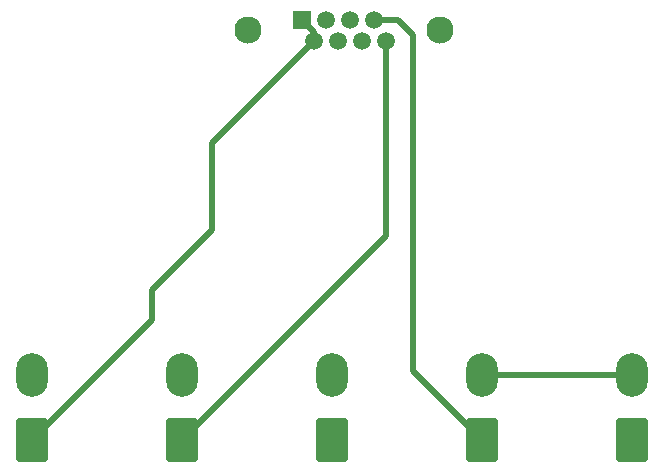
<source format=gtl>
%TF.GenerationSoftware,KiCad,Pcbnew,(6.0.8)*%
%TF.CreationDate,2023-04-02T10:00:46-07:00*%
%TF.ProjectId,FCP_steering_splitter,4643505f-7374-4656-9572-696e675f7370,rev?*%
%TF.SameCoordinates,Original*%
%TF.FileFunction,Copper,L1,Top*%
%TF.FilePolarity,Positive*%
%FSLAX46Y46*%
G04 Gerber Fmt 4.6, Leading zero omitted, Abs format (unit mm)*
G04 Created by KiCad (PCBNEW (6.0.8)) date 2023-04-02 10:00:46*
%MOMM*%
%LPD*%
G01*
G04 APERTURE LIST*
G04 Aperture macros list*
%AMRoundRect*
0 Rectangle with rounded corners*
0 $1 Rounding radius*
0 $2 $3 $4 $5 $6 $7 $8 $9 X,Y pos of 4 corners*
0 Add a 4 corners polygon primitive as box body*
4,1,4,$2,$3,$4,$5,$6,$7,$8,$9,$2,$3,0*
0 Add four circle primitives for the rounded corners*
1,1,$1+$1,$2,$3*
1,1,$1+$1,$4,$5*
1,1,$1+$1,$6,$7*
1,1,$1+$1,$8,$9*
0 Add four rect primitives between the rounded corners*
20,1,$1+$1,$2,$3,$4,$5,0*
20,1,$1+$1,$4,$5,$6,$7,0*
20,1,$1+$1,$6,$7,$8,$9,0*
20,1,$1+$1,$8,$9,$2,$3,0*%
G04 Aperture macros list end*
%TA.AperFunction,ComponentPad*%
%ADD10RoundRect,0.250001X1.099999X1.599999X-1.099999X1.599999X-1.099999X-1.599999X1.099999X-1.599999X0*%
%TD*%
%TA.AperFunction,ComponentPad*%
%ADD11O,2.700000X3.700000*%
%TD*%
%TA.AperFunction,ComponentPad*%
%ADD12R,1.500000X1.500000*%
%TD*%
%TA.AperFunction,ComponentPad*%
%ADD13C,1.500000*%
%TD*%
%TA.AperFunction,ComponentPad*%
%ADD14C,2.300000*%
%TD*%
%TA.AperFunction,Conductor*%
%ADD15C,0.500000*%
%TD*%
G04 APERTURE END LIST*
D10*
%TO.P,J5,1,Pin_1*%
%TO.N,/Turbo*%
X162560000Y-76200000D03*
D11*
%TO.P,J5,2,Pin_2*%
%TO.N,GND*%
X162560000Y-70700000D03*
%TD*%
D10*
%TO.P,J2,1,Pin_1*%
%TO.N,VCC*%
X124460000Y-76200000D03*
D11*
%TO.P,J2,2,Pin_2*%
%TO.N,GND*%
X124460000Y-70700000D03*
%TD*%
D12*
%TO.P,J1,1,Pin_1*%
%TO.N,VCC*%
X147320000Y-40640000D03*
D13*
%TO.P,J1,2,Pin_2*%
X148336000Y-42420000D03*
%TO.P,J1,3,Pin_3*%
%TO.N,unconnected-(J1-Pad3)*%
X149352000Y-40640000D03*
%TO.P,J1,4,Pin_4*%
%TO.N,unconnected-(J1-Pad4)*%
X150368000Y-42420000D03*
%TO.P,J1,5,Pin_5*%
%TO.N,unconnected-(J1-Pad5)*%
X151384000Y-40640000D03*
%TO.P,J1,6,Pin_6*%
%TO.N,/Horn*%
X152400000Y-42420000D03*
%TO.P,J1,7,Pin_7*%
%TO.N,/Turbo*%
X153416000Y-40640000D03*
%TO.P,J1,8,Pin_8*%
%TO.N,/Kill*%
X154432000Y-42420000D03*
D14*
%TO.P,J1,SH,Shield*%
%TO.N,GND*%
X142750000Y-41530000D03*
X159010000Y-41530000D03*
%TD*%
D10*
%TO.P,J3,1,Pin_1*%
%TO.N,/Kill*%
X137160000Y-76200000D03*
D11*
%TO.P,J3,2,Pin_2*%
%TO.N,/Safety*%
X137160000Y-70700000D03*
%TD*%
D10*
%TO.P,J6,1,Pin_1*%
%TO.N,/Horn*%
X175260000Y-76200000D03*
D11*
%TO.P,J6,2,Pin_2*%
%TO.N,GND*%
X175260000Y-70700000D03*
%TD*%
D10*
%TO.P,J4,1,Pin_1*%
%TO.N,/Safety*%
X149860000Y-76200000D03*
D11*
%TO.P,J4,2,Pin_2*%
%TO.N,GND*%
X149860000Y-70700000D03*
%TD*%
D15*
%TO.N,VCC*%
X148336000Y-41656000D02*
X147320000Y-40640000D01*
X124460000Y-76200000D02*
X134620000Y-66040000D01*
X139700000Y-51056000D02*
X148336000Y-42420000D01*
X134620000Y-63500000D02*
X139700000Y-58420000D01*
X148336000Y-42420000D02*
X148336000Y-41656000D01*
X134620000Y-66040000D02*
X134620000Y-63500000D01*
X139700000Y-58420000D02*
X139700000Y-51056000D01*
%TO.N,/Turbo*%
X156718000Y-41910000D02*
X155448000Y-40640000D01*
X162560000Y-76200000D02*
X158242000Y-71882000D01*
X158242000Y-71882000D02*
X156718000Y-70358000D01*
X155448000Y-40640000D02*
X153416000Y-40640000D01*
X156718000Y-70358000D02*
X156718000Y-41910000D01*
%TO.N,/Kill*%
X154432000Y-58928000D02*
X154432000Y-42420000D01*
X137160000Y-76200000D02*
X154432000Y-58928000D01*
%TO.N,GND*%
X175260000Y-70700000D02*
X162560000Y-70700000D01*
%TD*%
M02*

</source>
